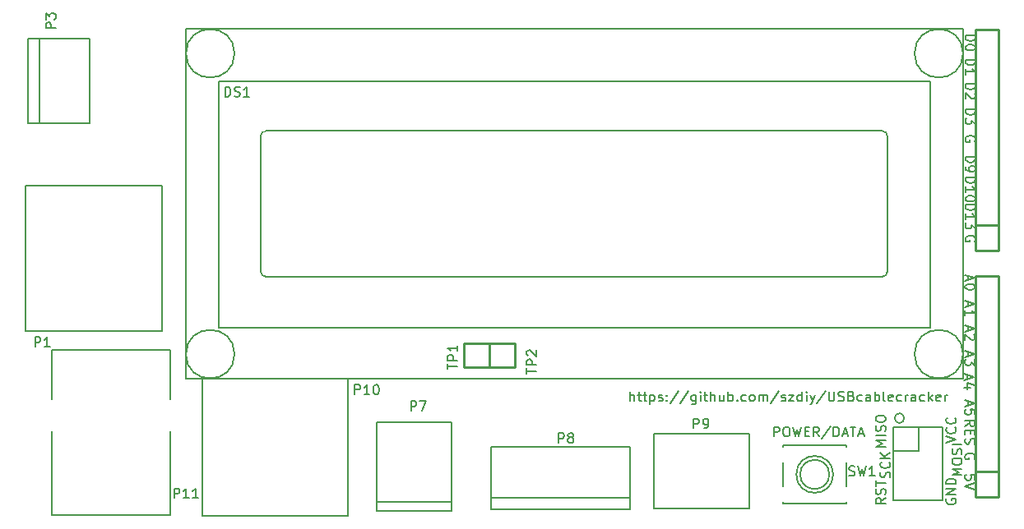
<source format=gbr>
G04 #@! TF.FileFunction,Legend,Top*
%FSLAX46Y46*%
G04 Gerber Fmt 4.6, Leading zero omitted, Abs format (unit mm)*
G04 Created by KiCad (PCBNEW 4.0.5+dfsg1-4) date Fri Oct  5 16:33:36 2018*
%MOMM*%
%LPD*%
G01*
G04 APERTURE LIST*
%ADD10C,0.100000*%
%ADD11C,0.150000*%
%ADD12C,0.200000*%
%ADD13C,0.254000*%
G04 APERTURE END LIST*
D10*
D11*
X111738094Y-88852381D02*
X111738094Y-87852381D01*
X112166666Y-88852381D02*
X112166666Y-88328571D01*
X112119047Y-88233333D01*
X112023809Y-88185714D01*
X111880951Y-88185714D01*
X111785713Y-88233333D01*
X111738094Y-88280952D01*
X112499999Y-88185714D02*
X112880951Y-88185714D01*
X112642856Y-87852381D02*
X112642856Y-88709524D01*
X112690475Y-88804762D01*
X112785713Y-88852381D01*
X112880951Y-88852381D01*
X113071428Y-88185714D02*
X113452380Y-88185714D01*
X113214285Y-87852381D02*
X113214285Y-88709524D01*
X113261904Y-88804762D01*
X113357142Y-88852381D01*
X113452380Y-88852381D01*
X113785714Y-88185714D02*
X113785714Y-89185714D01*
X113785714Y-88233333D02*
X113880952Y-88185714D01*
X114071429Y-88185714D01*
X114166667Y-88233333D01*
X114214286Y-88280952D01*
X114261905Y-88376190D01*
X114261905Y-88661905D01*
X114214286Y-88757143D01*
X114166667Y-88804762D01*
X114071429Y-88852381D01*
X113880952Y-88852381D01*
X113785714Y-88804762D01*
X114642857Y-88804762D02*
X114738095Y-88852381D01*
X114928571Y-88852381D01*
X115023810Y-88804762D01*
X115071429Y-88709524D01*
X115071429Y-88661905D01*
X115023810Y-88566667D01*
X114928571Y-88519048D01*
X114785714Y-88519048D01*
X114690476Y-88471429D01*
X114642857Y-88376190D01*
X114642857Y-88328571D01*
X114690476Y-88233333D01*
X114785714Y-88185714D01*
X114928571Y-88185714D01*
X115023810Y-88233333D01*
X115500000Y-88757143D02*
X115547619Y-88804762D01*
X115500000Y-88852381D01*
X115452381Y-88804762D01*
X115500000Y-88757143D01*
X115500000Y-88852381D01*
X115500000Y-88233333D02*
X115547619Y-88280952D01*
X115500000Y-88328571D01*
X115452381Y-88280952D01*
X115500000Y-88233333D01*
X115500000Y-88328571D01*
X116690476Y-87804762D02*
X115833333Y-89090476D01*
X117738095Y-87804762D02*
X116880952Y-89090476D01*
X118500000Y-88185714D02*
X118500000Y-88995238D01*
X118452381Y-89090476D01*
X118404762Y-89138095D01*
X118309523Y-89185714D01*
X118166666Y-89185714D01*
X118071428Y-89138095D01*
X118500000Y-88804762D02*
X118404762Y-88852381D01*
X118214285Y-88852381D01*
X118119047Y-88804762D01*
X118071428Y-88757143D01*
X118023809Y-88661905D01*
X118023809Y-88376190D01*
X118071428Y-88280952D01*
X118119047Y-88233333D01*
X118214285Y-88185714D01*
X118404762Y-88185714D01*
X118500000Y-88233333D01*
X118976190Y-88852381D02*
X118976190Y-88185714D01*
X118976190Y-87852381D02*
X118928571Y-87900000D01*
X118976190Y-87947619D01*
X119023809Y-87900000D01*
X118976190Y-87852381D01*
X118976190Y-87947619D01*
X119309523Y-88185714D02*
X119690475Y-88185714D01*
X119452380Y-87852381D02*
X119452380Y-88709524D01*
X119499999Y-88804762D01*
X119595237Y-88852381D01*
X119690475Y-88852381D01*
X120023809Y-88852381D02*
X120023809Y-87852381D01*
X120452381Y-88852381D02*
X120452381Y-88328571D01*
X120404762Y-88233333D01*
X120309524Y-88185714D01*
X120166666Y-88185714D01*
X120071428Y-88233333D01*
X120023809Y-88280952D01*
X121357143Y-88185714D02*
X121357143Y-88852381D01*
X120928571Y-88185714D02*
X120928571Y-88709524D01*
X120976190Y-88804762D01*
X121071428Y-88852381D01*
X121214286Y-88852381D01*
X121309524Y-88804762D01*
X121357143Y-88757143D01*
X121833333Y-88852381D02*
X121833333Y-87852381D01*
X121833333Y-88233333D02*
X121928571Y-88185714D01*
X122119048Y-88185714D01*
X122214286Y-88233333D01*
X122261905Y-88280952D01*
X122309524Y-88376190D01*
X122309524Y-88661905D01*
X122261905Y-88757143D01*
X122214286Y-88804762D01*
X122119048Y-88852381D01*
X121928571Y-88852381D01*
X121833333Y-88804762D01*
X122738095Y-88757143D02*
X122785714Y-88804762D01*
X122738095Y-88852381D01*
X122690476Y-88804762D01*
X122738095Y-88757143D01*
X122738095Y-88852381D01*
X123642857Y-88804762D02*
X123547619Y-88852381D01*
X123357142Y-88852381D01*
X123261904Y-88804762D01*
X123214285Y-88757143D01*
X123166666Y-88661905D01*
X123166666Y-88376190D01*
X123214285Y-88280952D01*
X123261904Y-88233333D01*
X123357142Y-88185714D01*
X123547619Y-88185714D01*
X123642857Y-88233333D01*
X124214285Y-88852381D02*
X124119047Y-88804762D01*
X124071428Y-88757143D01*
X124023809Y-88661905D01*
X124023809Y-88376190D01*
X124071428Y-88280952D01*
X124119047Y-88233333D01*
X124214285Y-88185714D01*
X124357143Y-88185714D01*
X124452381Y-88233333D01*
X124500000Y-88280952D01*
X124547619Y-88376190D01*
X124547619Y-88661905D01*
X124500000Y-88757143D01*
X124452381Y-88804762D01*
X124357143Y-88852381D01*
X124214285Y-88852381D01*
X124976190Y-88852381D02*
X124976190Y-88185714D01*
X124976190Y-88280952D02*
X125023809Y-88233333D01*
X125119047Y-88185714D01*
X125261905Y-88185714D01*
X125357143Y-88233333D01*
X125404762Y-88328571D01*
X125404762Y-88852381D01*
X125404762Y-88328571D02*
X125452381Y-88233333D01*
X125547619Y-88185714D01*
X125690476Y-88185714D01*
X125785714Y-88233333D01*
X125833333Y-88328571D01*
X125833333Y-88852381D01*
X127023809Y-87804762D02*
X126166666Y-89090476D01*
X127309523Y-88804762D02*
X127404761Y-88852381D01*
X127595237Y-88852381D01*
X127690476Y-88804762D01*
X127738095Y-88709524D01*
X127738095Y-88661905D01*
X127690476Y-88566667D01*
X127595237Y-88519048D01*
X127452380Y-88519048D01*
X127357142Y-88471429D01*
X127309523Y-88376190D01*
X127309523Y-88328571D01*
X127357142Y-88233333D01*
X127452380Y-88185714D01*
X127595237Y-88185714D01*
X127690476Y-88233333D01*
X128071428Y-88185714D02*
X128595238Y-88185714D01*
X128071428Y-88852381D01*
X128595238Y-88852381D01*
X129404762Y-88852381D02*
X129404762Y-87852381D01*
X129404762Y-88804762D02*
X129309524Y-88852381D01*
X129119047Y-88852381D01*
X129023809Y-88804762D01*
X128976190Y-88757143D01*
X128928571Y-88661905D01*
X128928571Y-88376190D01*
X128976190Y-88280952D01*
X129023809Y-88233333D01*
X129119047Y-88185714D01*
X129309524Y-88185714D01*
X129404762Y-88233333D01*
X129880952Y-88852381D02*
X129880952Y-88185714D01*
X129880952Y-87852381D02*
X129833333Y-87900000D01*
X129880952Y-87947619D01*
X129928571Y-87900000D01*
X129880952Y-87852381D01*
X129880952Y-87947619D01*
X130261904Y-88185714D02*
X130499999Y-88852381D01*
X130738095Y-88185714D02*
X130499999Y-88852381D01*
X130404761Y-89090476D01*
X130357142Y-89138095D01*
X130261904Y-89185714D01*
X131833333Y-87804762D02*
X130976190Y-89090476D01*
X132166666Y-87852381D02*
X132166666Y-88661905D01*
X132214285Y-88757143D01*
X132261904Y-88804762D01*
X132357142Y-88852381D01*
X132547619Y-88852381D01*
X132642857Y-88804762D01*
X132690476Y-88757143D01*
X132738095Y-88661905D01*
X132738095Y-87852381D01*
X133166666Y-88804762D02*
X133309523Y-88852381D01*
X133547619Y-88852381D01*
X133642857Y-88804762D01*
X133690476Y-88757143D01*
X133738095Y-88661905D01*
X133738095Y-88566667D01*
X133690476Y-88471429D01*
X133642857Y-88423810D01*
X133547619Y-88376190D01*
X133357142Y-88328571D01*
X133261904Y-88280952D01*
X133214285Y-88233333D01*
X133166666Y-88138095D01*
X133166666Y-88042857D01*
X133214285Y-87947619D01*
X133261904Y-87900000D01*
X133357142Y-87852381D01*
X133595238Y-87852381D01*
X133738095Y-87900000D01*
X134500000Y-88328571D02*
X134642857Y-88376190D01*
X134690476Y-88423810D01*
X134738095Y-88519048D01*
X134738095Y-88661905D01*
X134690476Y-88757143D01*
X134642857Y-88804762D01*
X134547619Y-88852381D01*
X134166666Y-88852381D01*
X134166666Y-87852381D01*
X134500000Y-87852381D01*
X134595238Y-87900000D01*
X134642857Y-87947619D01*
X134690476Y-88042857D01*
X134690476Y-88138095D01*
X134642857Y-88233333D01*
X134595238Y-88280952D01*
X134500000Y-88328571D01*
X134166666Y-88328571D01*
X135595238Y-88804762D02*
X135500000Y-88852381D01*
X135309523Y-88852381D01*
X135214285Y-88804762D01*
X135166666Y-88757143D01*
X135119047Y-88661905D01*
X135119047Y-88376190D01*
X135166666Y-88280952D01*
X135214285Y-88233333D01*
X135309523Y-88185714D01*
X135500000Y-88185714D01*
X135595238Y-88233333D01*
X136452381Y-88852381D02*
X136452381Y-88328571D01*
X136404762Y-88233333D01*
X136309524Y-88185714D01*
X136119047Y-88185714D01*
X136023809Y-88233333D01*
X136452381Y-88804762D02*
X136357143Y-88852381D01*
X136119047Y-88852381D01*
X136023809Y-88804762D01*
X135976190Y-88709524D01*
X135976190Y-88614286D01*
X136023809Y-88519048D01*
X136119047Y-88471429D01*
X136357143Y-88471429D01*
X136452381Y-88423810D01*
X136928571Y-88852381D02*
X136928571Y-87852381D01*
X136928571Y-88233333D02*
X137023809Y-88185714D01*
X137214286Y-88185714D01*
X137309524Y-88233333D01*
X137357143Y-88280952D01*
X137404762Y-88376190D01*
X137404762Y-88661905D01*
X137357143Y-88757143D01*
X137309524Y-88804762D01*
X137214286Y-88852381D01*
X137023809Y-88852381D01*
X136928571Y-88804762D01*
X137976190Y-88852381D02*
X137880952Y-88804762D01*
X137833333Y-88709524D01*
X137833333Y-87852381D01*
X138738096Y-88804762D02*
X138642858Y-88852381D01*
X138452381Y-88852381D01*
X138357143Y-88804762D01*
X138309524Y-88709524D01*
X138309524Y-88328571D01*
X138357143Y-88233333D01*
X138452381Y-88185714D01*
X138642858Y-88185714D01*
X138738096Y-88233333D01*
X138785715Y-88328571D01*
X138785715Y-88423810D01*
X138309524Y-88519048D01*
X139642858Y-88804762D02*
X139547620Y-88852381D01*
X139357143Y-88852381D01*
X139261905Y-88804762D01*
X139214286Y-88757143D01*
X139166667Y-88661905D01*
X139166667Y-88376190D01*
X139214286Y-88280952D01*
X139261905Y-88233333D01*
X139357143Y-88185714D01*
X139547620Y-88185714D01*
X139642858Y-88233333D01*
X140071429Y-88852381D02*
X140071429Y-88185714D01*
X140071429Y-88376190D02*
X140119048Y-88280952D01*
X140166667Y-88233333D01*
X140261905Y-88185714D01*
X140357144Y-88185714D01*
X141119049Y-88852381D02*
X141119049Y-88328571D01*
X141071430Y-88233333D01*
X140976192Y-88185714D01*
X140785715Y-88185714D01*
X140690477Y-88233333D01*
X141119049Y-88804762D02*
X141023811Y-88852381D01*
X140785715Y-88852381D01*
X140690477Y-88804762D01*
X140642858Y-88709524D01*
X140642858Y-88614286D01*
X140690477Y-88519048D01*
X140785715Y-88471429D01*
X141023811Y-88471429D01*
X141119049Y-88423810D01*
X142023811Y-88804762D02*
X141928573Y-88852381D01*
X141738096Y-88852381D01*
X141642858Y-88804762D01*
X141595239Y-88757143D01*
X141547620Y-88661905D01*
X141547620Y-88376190D01*
X141595239Y-88280952D01*
X141642858Y-88233333D01*
X141738096Y-88185714D01*
X141928573Y-88185714D01*
X142023811Y-88233333D01*
X142452382Y-88852381D02*
X142452382Y-87852381D01*
X142547620Y-88471429D02*
X142833335Y-88852381D01*
X142833335Y-88185714D02*
X142452382Y-88566667D01*
X143642859Y-88804762D02*
X143547621Y-88852381D01*
X143357144Y-88852381D01*
X143261906Y-88804762D01*
X143214287Y-88709524D01*
X143214287Y-88328571D01*
X143261906Y-88233333D01*
X143357144Y-88185714D01*
X143547621Y-88185714D01*
X143642859Y-88233333D01*
X143690478Y-88328571D01*
X143690478Y-88423810D01*
X143214287Y-88519048D01*
X144119049Y-88852381D02*
X144119049Y-88185714D01*
X144119049Y-88376190D02*
X144166668Y-88280952D01*
X144214287Y-88233333D01*
X144309525Y-88185714D01*
X144404764Y-88185714D01*
X101081956Y-86019656D02*
X101081956Y-85448227D01*
X102081956Y-85733942D02*
X101081956Y-85733942D01*
X102081956Y-85114894D02*
X101081956Y-85114894D01*
X101081956Y-84733941D01*
X101129575Y-84638703D01*
X101177194Y-84591084D01*
X101272432Y-84543465D01*
X101415289Y-84543465D01*
X101510527Y-84591084D01*
X101558146Y-84638703D01*
X101605765Y-84733941D01*
X101605765Y-85114894D01*
X101177194Y-84162513D02*
X101129575Y-84114894D01*
X101081956Y-84019656D01*
X101081956Y-83781560D01*
X101129575Y-83686322D01*
X101177194Y-83638703D01*
X101272432Y-83591084D01*
X101367670Y-83591084D01*
X101510527Y-83638703D01*
X102081956Y-84210132D01*
X102081956Y-83591084D01*
X92956956Y-85544656D02*
X92956956Y-84973227D01*
X93956956Y-85258942D02*
X92956956Y-85258942D01*
X93956956Y-84639894D02*
X92956956Y-84639894D01*
X92956956Y-84258941D01*
X93004575Y-84163703D01*
X93052194Y-84116084D01*
X93147432Y-84068465D01*
X93290289Y-84068465D01*
X93385527Y-84116084D01*
X93433146Y-84163703D01*
X93480765Y-84258941D01*
X93480765Y-84639894D01*
X93956956Y-83116084D02*
X93956956Y-83687513D01*
X93956956Y-83401799D02*
X92956956Y-83401799D01*
X93099813Y-83497037D01*
X93195051Y-83592275D01*
X93242670Y-83687513D01*
D12*
X139950000Y-90600000D02*
G75*
G03X139950000Y-90600000I-500000J0D01*
G01*
D11*
X138022381Y-98847619D02*
X137546190Y-99180953D01*
X138022381Y-99419048D02*
X137022381Y-99419048D01*
X137022381Y-99038095D01*
X137070000Y-98942857D01*
X137117619Y-98895238D01*
X137212857Y-98847619D01*
X137355714Y-98847619D01*
X137450952Y-98895238D01*
X137498571Y-98942857D01*
X137546190Y-99038095D01*
X137546190Y-99419048D01*
X137974762Y-98466667D02*
X138022381Y-98323810D01*
X138022381Y-98085714D01*
X137974762Y-97990476D01*
X137927143Y-97942857D01*
X137831905Y-97895238D01*
X137736667Y-97895238D01*
X137641429Y-97942857D01*
X137593810Y-97990476D01*
X137546190Y-98085714D01*
X137498571Y-98276191D01*
X137450952Y-98371429D01*
X137403333Y-98419048D01*
X137308095Y-98466667D01*
X137212857Y-98466667D01*
X137117619Y-98419048D01*
X137070000Y-98371429D01*
X137022381Y-98276191D01*
X137022381Y-98038095D01*
X137070000Y-97895238D01*
X137022381Y-97609524D02*
X137022381Y-97038095D01*
X138022381Y-97323810D02*
X137022381Y-97323810D01*
X138444762Y-96715714D02*
X138492381Y-96572857D01*
X138492381Y-96334761D01*
X138444762Y-96239523D01*
X138397143Y-96191904D01*
X138301905Y-96144285D01*
X138206667Y-96144285D01*
X138111429Y-96191904D01*
X138063810Y-96239523D01*
X138016190Y-96334761D01*
X137968571Y-96525238D01*
X137920952Y-96620476D01*
X137873333Y-96668095D01*
X137778095Y-96715714D01*
X137682857Y-96715714D01*
X137587619Y-96668095D01*
X137540000Y-96620476D01*
X137492381Y-96525238D01*
X137492381Y-96287142D01*
X137540000Y-96144285D01*
X138397143Y-95144285D02*
X138444762Y-95191904D01*
X138492381Y-95334761D01*
X138492381Y-95429999D01*
X138444762Y-95572857D01*
X138349524Y-95668095D01*
X138254286Y-95715714D01*
X138063810Y-95763333D01*
X137920952Y-95763333D01*
X137730476Y-95715714D01*
X137635238Y-95668095D01*
X137540000Y-95572857D01*
X137492381Y-95429999D01*
X137492381Y-95334761D01*
X137540000Y-95191904D01*
X137587619Y-95144285D01*
X138492381Y-94715714D02*
X137492381Y-94715714D01*
X138492381Y-94144285D02*
X137920952Y-94572857D01*
X137492381Y-94144285D02*
X138063810Y-94715714D01*
X138022381Y-93521428D02*
X137022381Y-93521428D01*
X137736667Y-93188094D01*
X137022381Y-92854761D01*
X138022381Y-92854761D01*
X138022381Y-92378571D02*
X137022381Y-92378571D01*
X137974762Y-91950000D02*
X138022381Y-91807143D01*
X138022381Y-91569047D01*
X137974762Y-91473809D01*
X137927143Y-91426190D01*
X137831905Y-91378571D01*
X137736667Y-91378571D01*
X137641429Y-91426190D01*
X137593810Y-91473809D01*
X137546190Y-91569047D01*
X137498571Y-91759524D01*
X137450952Y-91854762D01*
X137403333Y-91902381D01*
X137308095Y-91950000D01*
X137212857Y-91950000D01*
X137117619Y-91902381D01*
X137070000Y-91854762D01*
X137022381Y-91759524D01*
X137022381Y-91521428D01*
X137070000Y-91378571D01*
X137022381Y-90759524D02*
X137022381Y-90569047D01*
X137070000Y-90473809D01*
X137165238Y-90378571D01*
X137355714Y-90330952D01*
X137689048Y-90330952D01*
X137879524Y-90378571D01*
X137974762Y-90473809D01*
X138022381Y-90569047D01*
X138022381Y-90759524D01*
X137974762Y-90854762D01*
X137879524Y-90950000D01*
X137689048Y-90997619D01*
X137355714Y-90997619D01*
X137165238Y-90950000D01*
X137070000Y-90854762D01*
X137022381Y-90759524D01*
X144262381Y-93133333D02*
X145262381Y-92800000D01*
X144262381Y-92466666D01*
X145167143Y-91561904D02*
X145214762Y-91609523D01*
X145262381Y-91752380D01*
X145262381Y-91847618D01*
X145214762Y-91990476D01*
X145119524Y-92085714D01*
X145024286Y-92133333D01*
X144833810Y-92180952D01*
X144690952Y-92180952D01*
X144500476Y-92133333D01*
X144405238Y-92085714D01*
X144310000Y-91990476D01*
X144262381Y-91847618D01*
X144262381Y-91752380D01*
X144310000Y-91609523D01*
X144357619Y-91561904D01*
X145167143Y-90561904D02*
X145214762Y-90609523D01*
X145262381Y-90752380D01*
X145262381Y-90847618D01*
X145214762Y-90990476D01*
X145119524Y-91085714D01*
X145024286Y-91133333D01*
X144833810Y-91180952D01*
X144690952Y-91180952D01*
X144500476Y-91133333D01*
X144405238Y-91085714D01*
X144310000Y-90990476D01*
X144262381Y-90847618D01*
X144262381Y-90752380D01*
X144310000Y-90609523D01*
X144357619Y-90561904D01*
X145872381Y-96481428D02*
X144872381Y-96481428D01*
X145586667Y-96148094D01*
X144872381Y-95814761D01*
X145872381Y-95814761D01*
X144872381Y-95148095D02*
X144872381Y-94957618D01*
X144920000Y-94862380D01*
X145015238Y-94767142D01*
X145205714Y-94719523D01*
X145539048Y-94719523D01*
X145729524Y-94767142D01*
X145824762Y-94862380D01*
X145872381Y-94957618D01*
X145872381Y-95148095D01*
X145824762Y-95243333D01*
X145729524Y-95338571D01*
X145539048Y-95386190D01*
X145205714Y-95386190D01*
X145015238Y-95338571D01*
X144920000Y-95243333D01*
X144872381Y-95148095D01*
X145824762Y-94338571D02*
X145872381Y-94195714D01*
X145872381Y-93957618D01*
X145824762Y-93862380D01*
X145777143Y-93814761D01*
X145681905Y-93767142D01*
X145586667Y-93767142D01*
X145491429Y-93814761D01*
X145443810Y-93862380D01*
X145396190Y-93957618D01*
X145348571Y-94148095D01*
X145300952Y-94243333D01*
X145253333Y-94290952D01*
X145158095Y-94338571D01*
X145062857Y-94338571D01*
X144967619Y-94290952D01*
X144920000Y-94243333D01*
X144872381Y-94148095D01*
X144872381Y-93909999D01*
X144920000Y-93767142D01*
X145872381Y-93338571D02*
X144872381Y-93338571D01*
X144310000Y-98921904D02*
X144262381Y-99017142D01*
X144262381Y-99159999D01*
X144310000Y-99302857D01*
X144405238Y-99398095D01*
X144500476Y-99445714D01*
X144690952Y-99493333D01*
X144833810Y-99493333D01*
X145024286Y-99445714D01*
X145119524Y-99398095D01*
X145214762Y-99302857D01*
X145262381Y-99159999D01*
X145262381Y-99064761D01*
X145214762Y-98921904D01*
X145167143Y-98874285D01*
X144833810Y-98874285D01*
X144833810Y-99064761D01*
X145262381Y-98445714D02*
X144262381Y-98445714D01*
X145262381Y-97874285D01*
X144262381Y-97874285D01*
X145262381Y-97398095D02*
X144262381Y-97398095D01*
X144262381Y-97160000D01*
X144310000Y-97017142D01*
X144405238Y-96921904D01*
X144500476Y-96874285D01*
X144690952Y-96826666D01*
X144833810Y-96826666D01*
X145024286Y-96874285D01*
X145119524Y-96921904D01*
X145214762Y-97017142D01*
X145262381Y-97160000D01*
X145262381Y-97398095D01*
X147200000Y-72361905D02*
X147247619Y-72266667D01*
X147247619Y-72123810D01*
X147200000Y-71980952D01*
X147104762Y-71885714D01*
X147009524Y-71838095D01*
X146819048Y-71790476D01*
X146676190Y-71790476D01*
X146485714Y-71838095D01*
X146390476Y-71885714D01*
X146295238Y-71980952D01*
X146247619Y-72123810D01*
X146247619Y-72219048D01*
X146295238Y-72361905D01*
X146342857Y-72409524D01*
X146676190Y-72409524D01*
X146676190Y-72219048D01*
X146247619Y-68585714D02*
X147247619Y-68585714D01*
X147247619Y-68823809D01*
X147200000Y-68966667D01*
X147104762Y-69061905D01*
X147009524Y-69109524D01*
X146819048Y-69157143D01*
X146676190Y-69157143D01*
X146485714Y-69109524D01*
X146390476Y-69061905D01*
X146295238Y-68966667D01*
X146247619Y-68823809D01*
X146247619Y-68585714D01*
X146247619Y-70109524D02*
X146247619Y-69538095D01*
X146247619Y-69823809D02*
X147247619Y-69823809D01*
X147104762Y-69728571D01*
X147009524Y-69633333D01*
X146961905Y-69538095D01*
X147247619Y-70442857D02*
X147247619Y-71061905D01*
X146866667Y-70728571D01*
X146866667Y-70871429D01*
X146819048Y-70966667D01*
X146771429Y-71014286D01*
X146676190Y-71061905D01*
X146438095Y-71061905D01*
X146342857Y-71014286D01*
X146295238Y-70966667D01*
X146247619Y-70871429D01*
X146247619Y-70585714D01*
X146295238Y-70490476D01*
X146342857Y-70442857D01*
X146247619Y-65785714D02*
X147247619Y-65785714D01*
X147247619Y-66023809D01*
X147200000Y-66166667D01*
X147104762Y-66261905D01*
X147009524Y-66309524D01*
X146819048Y-66357143D01*
X146676190Y-66357143D01*
X146485714Y-66309524D01*
X146390476Y-66261905D01*
X146295238Y-66166667D01*
X146247619Y-66023809D01*
X146247619Y-65785714D01*
X146247619Y-67309524D02*
X146247619Y-66738095D01*
X146247619Y-67023809D02*
X147247619Y-67023809D01*
X147104762Y-66928571D01*
X147009524Y-66833333D01*
X146961905Y-66738095D01*
X147247619Y-67928571D02*
X147247619Y-68023810D01*
X147200000Y-68119048D01*
X147152381Y-68166667D01*
X147057143Y-68214286D01*
X146866667Y-68261905D01*
X146628571Y-68261905D01*
X146438095Y-68214286D01*
X146342857Y-68166667D01*
X146295238Y-68119048D01*
X146247619Y-68023810D01*
X146247619Y-67928571D01*
X146295238Y-67833333D01*
X146342857Y-67785714D01*
X146438095Y-67738095D01*
X146628571Y-67690476D01*
X146866667Y-67690476D01*
X147057143Y-67738095D01*
X147152381Y-67785714D01*
X147200000Y-67833333D01*
X147247619Y-67928571D01*
X146247619Y-63661905D02*
X147247619Y-63661905D01*
X147247619Y-63900000D01*
X147200000Y-64042858D01*
X147104762Y-64138096D01*
X147009524Y-64185715D01*
X146819048Y-64233334D01*
X146676190Y-64233334D01*
X146485714Y-64185715D01*
X146390476Y-64138096D01*
X146295238Y-64042858D01*
X146247619Y-63900000D01*
X146247619Y-63661905D01*
X146247619Y-64709524D02*
X146247619Y-64900000D01*
X146295238Y-64995239D01*
X146342857Y-65042858D01*
X146485714Y-65138096D01*
X146676190Y-65185715D01*
X147057143Y-65185715D01*
X147152381Y-65138096D01*
X147200000Y-65090477D01*
X147247619Y-64995239D01*
X147247619Y-64804762D01*
X147200000Y-64709524D01*
X147152381Y-64661905D01*
X147057143Y-64614286D01*
X146819048Y-64614286D01*
X146723810Y-64661905D01*
X146676190Y-64709524D01*
X146628571Y-64804762D01*
X146628571Y-64995239D01*
X146676190Y-65090477D01*
X146723810Y-65138096D01*
X146819048Y-65185715D01*
X147200000Y-62061905D02*
X147247619Y-61966667D01*
X147247619Y-61823810D01*
X147200000Y-61680952D01*
X147104762Y-61585714D01*
X147009524Y-61538095D01*
X146819048Y-61490476D01*
X146676190Y-61490476D01*
X146485714Y-61538095D01*
X146390476Y-61585714D01*
X146295238Y-61680952D01*
X146247619Y-61823810D01*
X146247619Y-61919048D01*
X146295238Y-62061905D01*
X146342857Y-62109524D01*
X146676190Y-62109524D01*
X146676190Y-61919048D01*
X146247619Y-58761905D02*
X147247619Y-58761905D01*
X147247619Y-59000000D01*
X147200000Y-59142858D01*
X147104762Y-59238096D01*
X147009524Y-59285715D01*
X146819048Y-59333334D01*
X146676190Y-59333334D01*
X146485714Y-59285715D01*
X146390476Y-59238096D01*
X146295238Y-59142858D01*
X146247619Y-59000000D01*
X146247619Y-58761905D01*
X147247619Y-59666667D02*
X147247619Y-60285715D01*
X146866667Y-59952381D01*
X146866667Y-60095239D01*
X146819048Y-60190477D01*
X146771429Y-60238096D01*
X146676190Y-60285715D01*
X146438095Y-60285715D01*
X146342857Y-60238096D01*
X146295238Y-60190477D01*
X146247619Y-60095239D01*
X146247619Y-59809524D01*
X146295238Y-59714286D01*
X146342857Y-59666667D01*
X146247619Y-56161905D02*
X147247619Y-56161905D01*
X147247619Y-56400000D01*
X147200000Y-56542858D01*
X147104762Y-56638096D01*
X147009524Y-56685715D01*
X146819048Y-56733334D01*
X146676190Y-56733334D01*
X146485714Y-56685715D01*
X146390476Y-56638096D01*
X146295238Y-56542858D01*
X146247619Y-56400000D01*
X146247619Y-56161905D01*
X147152381Y-57114286D02*
X147200000Y-57161905D01*
X147247619Y-57257143D01*
X147247619Y-57495239D01*
X147200000Y-57590477D01*
X147152381Y-57638096D01*
X147057143Y-57685715D01*
X146961905Y-57685715D01*
X146819048Y-57638096D01*
X146247619Y-57066667D01*
X146247619Y-57685715D01*
X146247619Y-53661905D02*
X147247619Y-53661905D01*
X147247619Y-53900000D01*
X147200000Y-54042858D01*
X147104762Y-54138096D01*
X147009524Y-54185715D01*
X146819048Y-54233334D01*
X146676190Y-54233334D01*
X146485714Y-54185715D01*
X146390476Y-54138096D01*
X146295238Y-54042858D01*
X146247619Y-53900000D01*
X146247619Y-53661905D01*
X146247619Y-55185715D02*
X146247619Y-54614286D01*
X146247619Y-54900000D02*
X147247619Y-54900000D01*
X147104762Y-54804762D01*
X147009524Y-54709524D01*
X146961905Y-54614286D01*
X146247619Y-51161905D02*
X147247619Y-51161905D01*
X147247619Y-51400000D01*
X147200000Y-51542858D01*
X147104762Y-51638096D01*
X147009524Y-51685715D01*
X146819048Y-51733334D01*
X146676190Y-51733334D01*
X146485714Y-51685715D01*
X146390476Y-51638096D01*
X146295238Y-51542858D01*
X146247619Y-51400000D01*
X146247619Y-51161905D01*
X147247619Y-52352381D02*
X147247619Y-52447620D01*
X147200000Y-52542858D01*
X147152381Y-52590477D01*
X147057143Y-52638096D01*
X146866667Y-52685715D01*
X146628571Y-52685715D01*
X146438095Y-52638096D01*
X146342857Y-52590477D01*
X146295238Y-52542858D01*
X146247619Y-52447620D01*
X146247619Y-52352381D01*
X146295238Y-52257143D01*
X146342857Y-52209524D01*
X146438095Y-52161905D01*
X146628571Y-52114286D01*
X146866667Y-52114286D01*
X147057143Y-52161905D01*
X147152381Y-52209524D01*
X147200000Y-52257143D01*
X147247619Y-52352381D01*
X126528571Y-92492381D02*
X126528571Y-91492381D01*
X126909524Y-91492381D01*
X127004762Y-91540000D01*
X127052381Y-91587619D01*
X127100000Y-91682857D01*
X127100000Y-91825714D01*
X127052381Y-91920952D01*
X127004762Y-91968571D01*
X126909524Y-92016190D01*
X126528571Y-92016190D01*
X127719047Y-91492381D02*
X127909524Y-91492381D01*
X128004762Y-91540000D01*
X128100000Y-91635238D01*
X128147619Y-91825714D01*
X128147619Y-92159048D01*
X128100000Y-92349524D01*
X128004762Y-92444762D01*
X127909524Y-92492381D01*
X127719047Y-92492381D01*
X127623809Y-92444762D01*
X127528571Y-92349524D01*
X127480952Y-92159048D01*
X127480952Y-91825714D01*
X127528571Y-91635238D01*
X127623809Y-91540000D01*
X127719047Y-91492381D01*
X128480952Y-91492381D02*
X128719047Y-92492381D01*
X128909524Y-91778095D01*
X129100000Y-92492381D01*
X129338095Y-91492381D01*
X129719047Y-91968571D02*
X130052381Y-91968571D01*
X130195238Y-92492381D02*
X129719047Y-92492381D01*
X129719047Y-91492381D01*
X130195238Y-91492381D01*
X131195238Y-92492381D02*
X130861904Y-92016190D01*
X130623809Y-92492381D02*
X130623809Y-91492381D01*
X131004762Y-91492381D01*
X131100000Y-91540000D01*
X131147619Y-91587619D01*
X131195238Y-91682857D01*
X131195238Y-91825714D01*
X131147619Y-91920952D01*
X131100000Y-91968571D01*
X131004762Y-92016190D01*
X130623809Y-92016190D01*
X132338095Y-91444762D02*
X131480952Y-92730476D01*
X132671428Y-92492381D02*
X132671428Y-91492381D01*
X132909523Y-91492381D01*
X133052381Y-91540000D01*
X133147619Y-91635238D01*
X133195238Y-91730476D01*
X133242857Y-91920952D01*
X133242857Y-92063810D01*
X133195238Y-92254286D01*
X133147619Y-92349524D01*
X133052381Y-92444762D01*
X132909523Y-92492381D01*
X132671428Y-92492381D01*
X133623809Y-92206667D02*
X134100000Y-92206667D01*
X133528571Y-92492381D02*
X133861904Y-91492381D01*
X134195238Y-92492381D01*
X134385714Y-91492381D02*
X134957143Y-91492381D01*
X134671428Y-92492381D02*
X134671428Y-91492381D01*
X135242857Y-92206667D02*
X135719048Y-92206667D01*
X135147619Y-92492381D02*
X135480952Y-91492381D01*
X135814286Y-92492381D01*
X147209335Y-96944994D02*
X147209335Y-96468803D01*
X146733145Y-96421184D01*
X146780764Y-96468803D01*
X146828383Y-96564041D01*
X146828383Y-96802137D01*
X146780764Y-96897375D01*
X146733145Y-96944994D01*
X146637906Y-96992613D01*
X146399811Y-96992613D01*
X146304573Y-96944994D01*
X146256954Y-96897375D01*
X146209335Y-96802137D01*
X146209335Y-96564041D01*
X146256954Y-96468803D01*
X146304573Y-96421184D01*
X147209335Y-97278327D02*
X146209335Y-97611660D01*
X147209335Y-97944994D01*
X147161716Y-94797375D02*
X147209335Y-94702137D01*
X147209335Y-94559280D01*
X147161716Y-94416422D01*
X147066478Y-94321184D01*
X146971240Y-94273565D01*
X146780764Y-94225946D01*
X146637906Y-94225946D01*
X146447430Y-94273565D01*
X146352192Y-94321184D01*
X146256954Y-94416422D01*
X146209335Y-94559280D01*
X146209335Y-94654518D01*
X146256954Y-94797375D01*
X146304573Y-94844994D01*
X146637906Y-94844994D01*
X146637906Y-94654518D01*
X146209335Y-91416423D02*
X146685526Y-91083089D01*
X146209335Y-90844994D02*
X147209335Y-90844994D01*
X147209335Y-91225947D01*
X147161716Y-91321185D01*
X147114097Y-91368804D01*
X147018859Y-91416423D01*
X146876002Y-91416423D01*
X146780764Y-91368804D01*
X146733145Y-91321185D01*
X146685526Y-91225947D01*
X146685526Y-90844994D01*
X146733145Y-91844994D02*
X146733145Y-92178328D01*
X146209335Y-92321185D02*
X146209335Y-91844994D01*
X147209335Y-91844994D01*
X147209335Y-92321185D01*
X146256954Y-92702137D02*
X146209335Y-92844994D01*
X146209335Y-93083090D01*
X146256954Y-93178328D01*
X146304573Y-93225947D01*
X146399811Y-93273566D01*
X146495049Y-93273566D01*
X146590287Y-93225947D01*
X146637906Y-93178328D01*
X146685526Y-93083090D01*
X146733145Y-92892613D01*
X146780764Y-92797375D01*
X146828383Y-92749756D01*
X146923621Y-92702137D01*
X147018859Y-92702137D01*
X147114097Y-92749756D01*
X147161716Y-92797375D01*
X147209335Y-92892613D01*
X147209335Y-93130709D01*
X147161716Y-93273566D01*
X146495049Y-88821184D02*
X146495049Y-89297375D01*
X146209335Y-88725946D02*
X147209335Y-89059279D01*
X146209335Y-89392613D01*
X147209335Y-90202137D02*
X147209335Y-89725946D01*
X146733145Y-89678327D01*
X146780764Y-89725946D01*
X146828383Y-89821184D01*
X146828383Y-90059280D01*
X146780764Y-90154518D01*
X146733145Y-90202137D01*
X146637906Y-90249756D01*
X146399811Y-90249756D01*
X146304573Y-90202137D01*
X146256954Y-90154518D01*
X146209335Y-90059280D01*
X146209335Y-89821184D01*
X146256954Y-89725946D01*
X146304573Y-89678327D01*
X146395049Y-86121184D02*
X146395049Y-86597375D01*
X146109335Y-86025946D02*
X147109335Y-86359279D01*
X146109335Y-86692613D01*
X146776002Y-87454518D02*
X146109335Y-87454518D01*
X147156954Y-87216422D02*
X146442668Y-86978327D01*
X146442668Y-87597375D01*
X146495049Y-83721184D02*
X146495049Y-84197375D01*
X146209335Y-83625946D02*
X147209335Y-83959279D01*
X146209335Y-84292613D01*
X147209335Y-84530708D02*
X147209335Y-85149756D01*
X146828383Y-84816422D01*
X146828383Y-84959280D01*
X146780764Y-85054518D01*
X146733145Y-85102137D01*
X146637906Y-85149756D01*
X146399811Y-85149756D01*
X146304573Y-85102137D01*
X146256954Y-85054518D01*
X146209335Y-84959280D01*
X146209335Y-84673565D01*
X146256954Y-84578327D01*
X146304573Y-84530708D01*
X146495049Y-81121184D02*
X146495049Y-81597375D01*
X146209335Y-81025946D02*
X147209335Y-81359279D01*
X146209335Y-81692613D01*
X147114097Y-81978327D02*
X147161716Y-82025946D01*
X147209335Y-82121184D01*
X147209335Y-82359280D01*
X147161716Y-82454518D01*
X147114097Y-82502137D01*
X147018859Y-82549756D01*
X146923621Y-82549756D01*
X146780764Y-82502137D01*
X146209335Y-81930708D01*
X146209335Y-82549756D01*
X146495049Y-78621184D02*
X146495049Y-79097375D01*
X146209335Y-78525946D02*
X147209335Y-78859279D01*
X146209335Y-79192613D01*
X146209335Y-80049756D02*
X146209335Y-79478327D01*
X146209335Y-79764041D02*
X147209335Y-79764041D01*
X147066478Y-79668803D01*
X146971240Y-79573565D01*
X146923621Y-79478327D01*
X146495049Y-75921184D02*
X146495049Y-76397375D01*
X146209335Y-75825946D02*
X147209335Y-76159279D01*
X146209335Y-76492613D01*
X147209335Y-77016422D02*
X147209335Y-77111661D01*
X147161716Y-77206899D01*
X147114097Y-77254518D01*
X147018859Y-77302137D01*
X146828383Y-77349756D01*
X146590287Y-77349756D01*
X146399811Y-77302137D01*
X146304573Y-77254518D01*
X146256954Y-77206899D01*
X146209335Y-77111661D01*
X146209335Y-77016422D01*
X146256954Y-76921184D01*
X146304573Y-76873565D01*
X146399811Y-76825946D01*
X146590287Y-76778327D01*
X146828383Y-76778327D01*
X147018859Y-76825946D01*
X147114097Y-76873565D01*
X147161716Y-76921184D01*
X147209335Y-77016422D01*
X115580000Y-92190000D02*
X123980000Y-92190000D01*
X123980000Y-92190000D02*
X123980000Y-93340000D01*
X123980000Y-93340000D02*
X123980000Y-93370000D01*
X115580000Y-92190000D02*
X114180000Y-92190000D01*
X114180000Y-92190000D02*
X114180000Y-93390000D01*
X114180000Y-93400000D02*
X114180000Y-99910000D01*
X114180000Y-99910000D02*
X114760000Y-99910000D01*
X123980000Y-93360000D02*
X123980000Y-99910000D01*
X123980000Y-99910000D02*
X123430000Y-99910000D01*
X114760000Y-99910000D02*
X123420000Y-99910000D01*
X138810000Y-93990000D02*
X138810000Y-98990000D01*
X138810000Y-98990000D02*
X138810000Y-99090000D01*
X138810000Y-99090000D02*
X143910000Y-99090000D01*
X143910000Y-99090000D02*
X143910000Y-98490000D01*
X141410000Y-93990000D02*
X141410000Y-91490000D01*
X141410000Y-93990000D02*
X138810000Y-93990000D01*
X138810000Y-93990000D02*
X138810000Y-91490000D01*
X138810000Y-91490000D02*
X143910000Y-91490000D01*
X143910000Y-91490000D02*
X143910000Y-98390000D01*
D13*
X97254575Y-82932751D02*
X97254575Y-85332751D01*
X99854575Y-85332751D02*
X94654575Y-85332751D01*
X94654575Y-85332751D02*
X94654575Y-82932751D01*
X94654575Y-82932751D02*
X99854575Y-82932751D01*
X99854575Y-82932751D02*
X99854575Y-85332751D01*
D11*
X85649360Y-99199180D02*
X93350640Y-99199180D01*
X85649360Y-100199940D02*
X93350640Y-100199940D01*
X93350640Y-100199940D02*
X93350640Y-91000060D01*
X93350640Y-91000060D02*
X85649360Y-91000060D01*
X85649360Y-91000060D02*
X85649360Y-100199940D01*
X106150000Y-93600000D02*
X97450000Y-93600000D01*
X97450000Y-100000000D02*
X97450000Y-93600000D01*
X106150000Y-100000000D02*
X97450000Y-100000000D01*
X106150000Y-98800000D02*
X97450000Y-98800000D01*
X106150000Y-98800000D02*
X111750000Y-98800000D01*
X110450000Y-93600000D02*
X111750000Y-93600000D01*
X111750000Y-93600000D02*
X111750000Y-100000000D01*
X111750000Y-100000000D02*
X110450000Y-100000000D01*
X106150000Y-93600000D02*
X110450000Y-93600000D01*
X110450000Y-100000000D02*
X106150000Y-100000000D01*
X82709000Y-86557000D02*
X82709000Y-100654000D01*
X67723000Y-100654000D02*
X67723000Y-86557000D01*
X82709000Y-86557000D02*
X67723000Y-86557000D01*
X82709000Y-100654000D02*
X67723000Y-100654000D01*
X63545120Y-81649860D02*
X49448120Y-81649860D01*
X49448120Y-66663860D02*
X63545120Y-66663860D01*
X63545120Y-81649860D02*
X63545120Y-66663860D01*
X49448120Y-81649860D02*
X49448120Y-66663860D01*
X52174000Y-91950000D02*
X52174000Y-100586000D01*
X52174000Y-83568000D02*
X52174000Y-88648000D01*
X64366000Y-91950000D02*
X64366000Y-100586000D01*
X64366000Y-83568000D02*
X64366000Y-88648000D01*
X64366000Y-100586000D02*
X52174000Y-100586000D01*
X52174000Y-83568000D02*
X64366000Y-83568000D01*
D13*
X147260960Y-75940000D02*
X147260960Y-98740000D01*
X149660960Y-98740000D02*
X149660960Y-75940000D01*
X147260960Y-98740000D02*
X149660960Y-98740000D01*
X147260960Y-96140000D02*
X149660960Y-96140000D01*
X149660960Y-75940000D02*
X147260960Y-75940000D01*
X147260960Y-50540000D02*
X147260960Y-73340000D01*
X149660960Y-73340000D02*
X149660960Y-50540000D01*
X147260960Y-73340000D02*
X149660960Y-73340000D01*
X147260960Y-70740000D02*
X149660960Y-70740000D01*
X149660960Y-50540000D02*
X147260960Y-50540000D01*
D11*
X49712540Y-51509100D02*
X49712540Y-60209100D01*
X56117540Y-51509100D02*
X56117540Y-60209100D01*
X56117540Y-60209100D02*
X49712540Y-60209100D01*
X50942540Y-60209100D02*
X50942540Y-51509100D01*
X49712540Y-51509100D02*
X56117540Y-51509100D01*
X133980000Y-93400000D02*
X133980000Y-93600000D01*
X133980000Y-99400000D02*
X133980000Y-99200000D01*
X127480000Y-99400000D02*
X127480000Y-99200000D01*
X127480000Y-93400000D02*
X127480000Y-93600000D01*
X127480000Y-95200000D02*
X127480000Y-97600000D01*
X133980000Y-95200000D02*
X133980000Y-97600000D01*
X133980000Y-93400000D02*
X127480000Y-93400000D01*
X127480000Y-99400000D02*
X133980000Y-99400000D01*
X132630000Y-96400000D02*
G75*
G03X132630000Y-96400000I-1900000J0D01*
G01*
X132230000Y-96400000D02*
G75*
G03X132230000Y-96400000I-1500000J0D01*
G01*
X74200660Y-61001000D02*
X137700660Y-61001000D01*
X73700280Y-75499320D02*
X73700280Y-61498840D01*
X137700660Y-75999700D02*
X74200660Y-75999700D01*
X138201040Y-61498840D02*
X138201040Y-75499320D01*
X138198500Y-61498840D02*
G75*
G03X137700660Y-61001000I-497840J0D01*
G01*
X137700660Y-75999700D02*
G75*
G03X138201040Y-75499320I0J500380D01*
G01*
X73700280Y-75499320D02*
G75*
G03X74200660Y-75999700I500380J0D01*
G01*
X74200660Y-60998460D02*
G75*
G03X73700280Y-61498840I0J-500380D01*
G01*
X69400060Y-55900680D02*
X142600320Y-55900680D01*
X142600320Y-55900680D02*
X142600320Y-81300680D01*
X142600320Y-81300680D02*
X69400060Y-81300680D01*
X69400060Y-81300680D02*
X69400060Y-55900680D01*
X145998840Y-53000000D02*
G75*
G03X145998840Y-53000000I-2499360J0D01*
G01*
X145998840Y-84000700D02*
G75*
G03X145998840Y-84000700I-2499360J0D01*
G01*
X71002800Y-84000700D02*
G75*
G03X71002800Y-84000700I-2501900J0D01*
G01*
X71000260Y-53000000D02*
G75*
G03X71000260Y-53000000I-2499360J0D01*
G01*
X65999000Y-50500640D02*
X145998840Y-50500640D01*
X145998840Y-50500640D02*
X145998840Y-86500060D01*
X145998840Y-86500060D02*
X65999000Y-86500060D01*
X65999000Y-86500060D02*
X65999000Y-50500640D01*
X118261905Y-91652381D02*
X118261905Y-90652381D01*
X118642858Y-90652381D01*
X118738096Y-90700000D01*
X118785715Y-90747619D01*
X118833334Y-90842857D01*
X118833334Y-90985714D01*
X118785715Y-91080952D01*
X118738096Y-91128571D01*
X118642858Y-91176190D01*
X118261905Y-91176190D01*
X119309524Y-91652381D02*
X119500000Y-91652381D01*
X119595239Y-91604762D01*
X119642858Y-91557143D01*
X119738096Y-91414286D01*
X119785715Y-91223810D01*
X119785715Y-90842857D01*
X119738096Y-90747619D01*
X119690477Y-90700000D01*
X119595239Y-90652381D01*
X119404762Y-90652381D01*
X119309524Y-90700000D01*
X119261905Y-90747619D01*
X119214286Y-90842857D01*
X119214286Y-91080952D01*
X119261905Y-91176190D01*
X119309524Y-91223810D01*
X119404762Y-91271429D01*
X119595239Y-91271429D01*
X119690477Y-91223810D01*
X119738096Y-91176190D01*
X119785715Y-91080952D01*
X89161905Y-89852381D02*
X89161905Y-88852381D01*
X89542858Y-88852381D01*
X89638096Y-88900000D01*
X89685715Y-88947619D01*
X89733334Y-89042857D01*
X89733334Y-89185714D01*
X89685715Y-89280952D01*
X89638096Y-89328571D01*
X89542858Y-89376190D01*
X89161905Y-89376190D01*
X90066667Y-88852381D02*
X90733334Y-88852381D01*
X90304762Y-89852381D01*
X104361905Y-93152381D02*
X104361905Y-92152381D01*
X104742858Y-92152381D01*
X104838096Y-92200000D01*
X104885715Y-92247619D01*
X104933334Y-92342857D01*
X104933334Y-92485714D01*
X104885715Y-92580952D01*
X104838096Y-92628571D01*
X104742858Y-92676190D01*
X104361905Y-92676190D01*
X105504762Y-92580952D02*
X105409524Y-92533333D01*
X105361905Y-92485714D01*
X105314286Y-92390476D01*
X105314286Y-92342857D01*
X105361905Y-92247619D01*
X105409524Y-92200000D01*
X105504762Y-92152381D01*
X105695239Y-92152381D01*
X105790477Y-92200000D01*
X105838096Y-92247619D01*
X105885715Y-92342857D01*
X105885715Y-92390476D01*
X105838096Y-92485714D01*
X105790477Y-92533333D01*
X105695239Y-92580952D01*
X105504762Y-92580952D01*
X105409524Y-92628571D01*
X105361905Y-92676190D01*
X105314286Y-92771429D01*
X105314286Y-92961905D01*
X105361905Y-93057143D01*
X105409524Y-93104762D01*
X105504762Y-93152381D01*
X105695239Y-93152381D01*
X105790477Y-93104762D01*
X105838096Y-93057143D01*
X105885715Y-92961905D01*
X105885715Y-92771429D01*
X105838096Y-92676190D01*
X105790477Y-92628571D01*
X105695239Y-92580952D01*
X83385714Y-88152381D02*
X83385714Y-87152381D01*
X83766667Y-87152381D01*
X83861905Y-87200000D01*
X83909524Y-87247619D01*
X83957143Y-87342857D01*
X83957143Y-87485714D01*
X83909524Y-87580952D01*
X83861905Y-87628571D01*
X83766667Y-87676190D01*
X83385714Y-87676190D01*
X84909524Y-88152381D02*
X84338095Y-88152381D01*
X84623809Y-88152381D02*
X84623809Y-87152381D01*
X84528571Y-87295238D01*
X84433333Y-87390476D01*
X84338095Y-87438095D01*
X85528571Y-87152381D02*
X85623810Y-87152381D01*
X85719048Y-87200000D01*
X85766667Y-87247619D01*
X85814286Y-87342857D01*
X85861905Y-87533333D01*
X85861905Y-87771429D01*
X85814286Y-87961905D01*
X85766667Y-88057143D01*
X85719048Y-88104762D01*
X85623810Y-88152381D01*
X85528571Y-88152381D01*
X85433333Y-88104762D01*
X85385714Y-88057143D01*
X85338095Y-87961905D01*
X85290476Y-87771429D01*
X85290476Y-87533333D01*
X85338095Y-87342857D01*
X85385714Y-87247619D01*
X85433333Y-87200000D01*
X85528571Y-87152381D01*
X50461905Y-83252381D02*
X50461905Y-82252381D01*
X50842858Y-82252381D01*
X50938096Y-82300000D01*
X50985715Y-82347619D01*
X51033334Y-82442857D01*
X51033334Y-82585714D01*
X50985715Y-82680952D01*
X50938096Y-82728571D01*
X50842858Y-82776190D01*
X50461905Y-82776190D01*
X51985715Y-83252381D02*
X51414286Y-83252381D01*
X51700000Y-83252381D02*
X51700000Y-82252381D01*
X51604762Y-82395238D01*
X51509524Y-82490476D01*
X51414286Y-82538095D01*
X64785714Y-98852381D02*
X64785714Y-97852381D01*
X65166667Y-97852381D01*
X65261905Y-97900000D01*
X65309524Y-97947619D01*
X65357143Y-98042857D01*
X65357143Y-98185714D01*
X65309524Y-98280952D01*
X65261905Y-98328571D01*
X65166667Y-98376190D01*
X64785714Y-98376190D01*
X66309524Y-98852381D02*
X65738095Y-98852381D01*
X66023809Y-98852381D02*
X66023809Y-97852381D01*
X65928571Y-97995238D01*
X65833333Y-98090476D01*
X65738095Y-98138095D01*
X67261905Y-98852381D02*
X66690476Y-98852381D01*
X66976190Y-98852381D02*
X66976190Y-97852381D01*
X66880952Y-97995238D01*
X66785714Y-98090476D01*
X66690476Y-98138095D01*
X52582381Y-50398095D02*
X51582381Y-50398095D01*
X51582381Y-50017142D01*
X51630000Y-49921904D01*
X51677619Y-49874285D01*
X51772857Y-49826666D01*
X51915714Y-49826666D01*
X52010952Y-49874285D01*
X52058571Y-49921904D01*
X52106190Y-50017142D01*
X52106190Y-50398095D01*
X51582381Y-49493333D02*
X51582381Y-48874285D01*
X51963333Y-49207619D01*
X51963333Y-49064761D01*
X52010952Y-48969523D01*
X52058571Y-48921904D01*
X52153810Y-48874285D01*
X52391905Y-48874285D01*
X52487143Y-48921904D01*
X52534762Y-48969523D01*
X52582381Y-49064761D01*
X52582381Y-49350476D01*
X52534762Y-49445714D01*
X52487143Y-49493333D01*
X134266667Y-96494762D02*
X134409524Y-96542381D01*
X134647620Y-96542381D01*
X134742858Y-96494762D01*
X134790477Y-96447143D01*
X134838096Y-96351905D01*
X134838096Y-96256667D01*
X134790477Y-96161429D01*
X134742858Y-96113810D01*
X134647620Y-96066190D01*
X134457143Y-96018571D01*
X134361905Y-95970952D01*
X134314286Y-95923333D01*
X134266667Y-95828095D01*
X134266667Y-95732857D01*
X134314286Y-95637619D01*
X134361905Y-95590000D01*
X134457143Y-95542381D01*
X134695239Y-95542381D01*
X134838096Y-95590000D01*
X135171429Y-95542381D02*
X135409524Y-96542381D01*
X135600001Y-95828095D01*
X135790477Y-96542381D01*
X136028572Y-95542381D01*
X136933334Y-96542381D02*
X136361905Y-96542381D01*
X136647619Y-96542381D02*
X136647619Y-95542381D01*
X136552381Y-95685238D01*
X136457143Y-95780476D01*
X136361905Y-95828095D01*
X70035714Y-57452381D02*
X70035714Y-56452381D01*
X70273809Y-56452381D01*
X70416667Y-56500000D01*
X70511905Y-56595238D01*
X70559524Y-56690476D01*
X70607143Y-56880952D01*
X70607143Y-57023810D01*
X70559524Y-57214286D01*
X70511905Y-57309524D01*
X70416667Y-57404762D01*
X70273809Y-57452381D01*
X70035714Y-57452381D01*
X70988095Y-57404762D02*
X71130952Y-57452381D01*
X71369048Y-57452381D01*
X71464286Y-57404762D01*
X71511905Y-57357143D01*
X71559524Y-57261905D01*
X71559524Y-57166667D01*
X71511905Y-57071429D01*
X71464286Y-57023810D01*
X71369048Y-56976190D01*
X71178571Y-56928571D01*
X71083333Y-56880952D01*
X71035714Y-56833333D01*
X70988095Y-56738095D01*
X70988095Y-56642857D01*
X71035714Y-56547619D01*
X71083333Y-56500000D01*
X71178571Y-56452381D01*
X71416667Y-56452381D01*
X71559524Y-56500000D01*
X72511905Y-57452381D02*
X71940476Y-57452381D01*
X72226190Y-57452381D02*
X72226190Y-56452381D01*
X72130952Y-56595238D01*
X72035714Y-56690476D01*
X71940476Y-56738095D01*
M02*

</source>
